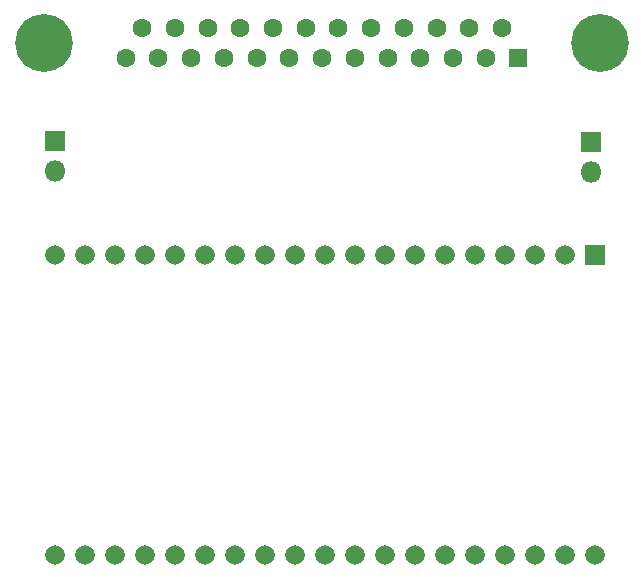
<source format=gbr>
%TF.GenerationSoftware,KiCad,Pcbnew,(5.1.6)-1*%
%TF.CreationDate,2022-10-28T15:03:09-04:00*%
%TF.ProjectId,Amiga ESP32fi,416d6967-6120-4455-9350-333266692e6b,rev?*%
%TF.SameCoordinates,Original*%
%TF.FileFunction,Soldermask,Bot*%
%TF.FilePolarity,Negative*%
%FSLAX46Y46*%
G04 Gerber Fmt 4.6, Leading zero omitted, Abs format (unit mm)*
G04 Created by KiCad (PCBNEW (5.1.6)-1) date 2022-10-28 15:03:09*
%MOMM*%
%LPD*%
G01*
G04 APERTURE LIST*
%ADD10R,1.600000X1.600000*%
%ADD11C,1.600000*%
%ADD12C,4.900000*%
%ADD13R,1.800000X1.800000*%
%ADD14O,1.800000X1.800000*%
%ADD15C,1.660000*%
%ADD16R,1.660000X1.660000*%
G04 APERTURE END LIST*
D10*
%TO.C,J0*%
X170281600Y-100634800D03*
D11*
X167511600Y-100634800D03*
X164741600Y-100634800D03*
X161971600Y-100634800D03*
X159201600Y-100634800D03*
X156431600Y-100634800D03*
X153661600Y-100634800D03*
X150891600Y-100634800D03*
X148121600Y-100634800D03*
X145351600Y-100634800D03*
X142581600Y-100634800D03*
X139811600Y-100634800D03*
X137041600Y-100634800D03*
X168896600Y-98094800D03*
X166126600Y-98094800D03*
X163356600Y-98094800D03*
X160586600Y-98094800D03*
X157816600Y-98094800D03*
X155046600Y-98094800D03*
X152276600Y-98094800D03*
X149506600Y-98094800D03*
X146736600Y-98094800D03*
X143966600Y-98094800D03*
X141196600Y-98094800D03*
X138426600Y-98094800D03*
D12*
X177181600Y-99364800D03*
X130141600Y-99364800D03*
%TD*%
D13*
%TO.C,J1*%
X176453800Y-107746800D03*
D14*
X176453800Y-110286800D03*
%TD*%
%TO.C,J2*%
X131013200Y-110236000D03*
D13*
X131013200Y-107696000D03*
%TD*%
D15*
%TO.C,U1*%
X131012000Y-142748000D03*
X133552000Y-142748000D03*
X136092000Y-142748000D03*
X138632000Y-142748000D03*
X141172000Y-142748000D03*
X143712000Y-142748000D03*
X146252000Y-142748000D03*
X148792000Y-142748000D03*
X151332000Y-142748000D03*
X153872000Y-142748000D03*
X156412000Y-142748000D03*
X158952000Y-142748000D03*
X161492000Y-142748000D03*
X164032000Y-142748000D03*
X166572000Y-142748000D03*
X169112000Y-142748000D03*
X171652000Y-142748000D03*
X174192000Y-142748000D03*
X176732000Y-142748000D03*
X133552000Y-117348000D03*
X136092000Y-117348000D03*
X138632000Y-117348000D03*
X141172000Y-117348000D03*
X143712000Y-117348000D03*
X146252000Y-117348000D03*
X148792000Y-117348000D03*
X151332000Y-117348000D03*
X153872000Y-117348000D03*
X156412000Y-117348000D03*
X158952000Y-117348000D03*
X161492000Y-117348000D03*
X164032000Y-117348000D03*
X166572000Y-117348000D03*
X169112000Y-117348000D03*
X171652000Y-117348000D03*
X131012000Y-117348000D03*
X174192000Y-117348000D03*
D16*
X176732000Y-117348000D03*
%TD*%
M02*

</source>
